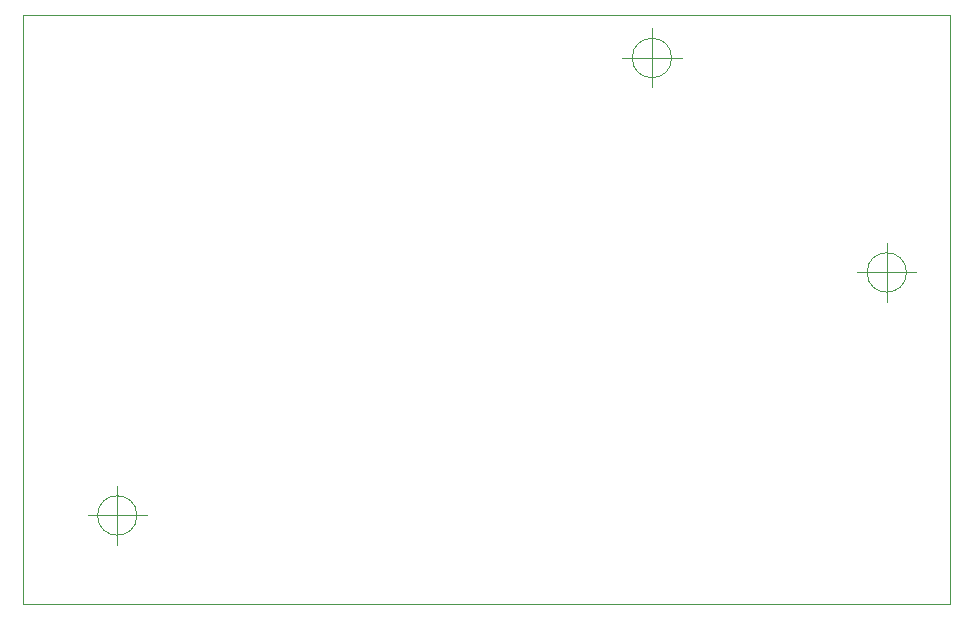
<source format=gbr>
%TF.GenerationSoftware,KiCad,Pcbnew,(5.1.9)-1*%
%TF.CreationDate,2021-06-11T01:10:32-04:00*%
%TF.ProjectId,ZXSwinSID,5a585377-696e-4534-9944-2e6b69636164,rev?*%
%TF.SameCoordinates,Original*%
%TF.FileFunction,Profile,NP*%
%FSLAX46Y46*%
G04 Gerber Fmt 4.6, Leading zero omitted, Abs format (unit mm)*
G04 Created by KiCad (PCBNEW (5.1.9)-1) date 2021-06-11 01:10:32*
%MOMM*%
%LPD*%
G01*
G04 APERTURE LIST*
%TA.AperFunction,Profile*%
%ADD10C,0.050000*%
%TD*%
G04 APERTURE END LIST*
D10*
X135397666Y-99441000D02*
G75*
G03*
X135397666Y-99441000I-1666666J0D01*
G01*
X131231000Y-99441000D02*
X136231000Y-99441000D01*
X133731000Y-96941000D02*
X133731000Y-101941000D01*
X115522166Y-81280000D02*
G75*
G03*
X115522166Y-81280000I-1666666J0D01*
G01*
X111355500Y-81280000D02*
X116355500Y-81280000D01*
X113855500Y-78780000D02*
X113855500Y-83780000D01*
X70246666Y-120015000D02*
G75*
G03*
X70246666Y-120015000I-1666666J0D01*
G01*
X66080000Y-120015000D02*
X71080000Y-120015000D01*
X68580000Y-117515000D02*
X68580000Y-122515000D01*
X139065000Y-77660500D02*
X135191500Y-77660500D01*
X139065000Y-77851000D02*
X139065000Y-77660500D01*
X139065000Y-127508000D02*
X139065000Y-77851000D01*
X60642500Y-77660500D02*
X135191500Y-77660500D01*
X60642500Y-85090000D02*
X60642500Y-77660500D01*
X60642500Y-127508000D02*
X60642500Y-85090000D01*
X60642500Y-127508000D02*
X139065000Y-127508000D01*
M02*

</source>
